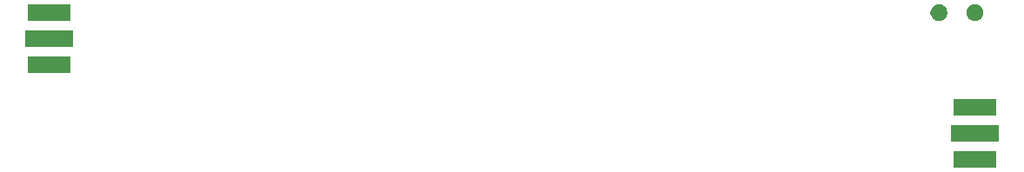
<source format=gbr>
G04 #@! TF.GenerationSoftware,KiCad,Pcbnew,5.1.2-f72e74a~84~ubuntu18.04.1*
G04 #@! TF.CreationDate,2019-12-04T15:30:54+01:00*
G04 #@! TF.ProjectId,RO4350B_proto,524f3433-3530-4425-9f70-726f746f2e6b,rev?*
G04 #@! TF.SameCoordinates,Original*
G04 #@! TF.FileFunction,Soldermask,Top*
G04 #@! TF.FilePolarity,Negative*
%FSLAX46Y46*%
G04 Gerber Fmt 4.6, Leading zero omitted, Abs format (unit mm)*
G04 Created by KiCad (PCBNEW 5.1.2-f72e74a~84~ubuntu18.04.1) date 2019-12-04 15:30:54*
%MOMM*%
%LPD*%
G04 APERTURE LIST*
%ADD10C,0.100000*%
G04 APERTURE END LIST*
D10*
G36*
X163371000Y-112871000D02*
G01*
X159209000Y-112871000D01*
X159209000Y-111249000D01*
X163371000Y-111249000D01*
X163371000Y-112871000D01*
X163371000Y-112871000D01*
G37*
G36*
X163641000Y-110331000D02*
G01*
X158939000Y-110331000D01*
X158939000Y-108709000D01*
X163641000Y-108709000D01*
X163641000Y-110331000D01*
X163641000Y-110331000D01*
G37*
G36*
X163371000Y-107791000D02*
G01*
X159209000Y-107791000D01*
X159209000Y-106169000D01*
X163371000Y-106169000D01*
X163371000Y-107791000D01*
X163371000Y-107791000D01*
G37*
G36*
X73201000Y-103681000D02*
G01*
X69039000Y-103681000D01*
X69039000Y-102059000D01*
X73201000Y-102059000D01*
X73201000Y-103681000D01*
X73201000Y-103681000D01*
G37*
G36*
X73471000Y-101141000D02*
G01*
X68769000Y-101141000D01*
X68769000Y-99519000D01*
X73471000Y-99519000D01*
X73471000Y-101141000D01*
X73471000Y-101141000D01*
G37*
G36*
X161527142Y-97008242D02*
G01*
X161675101Y-97069529D01*
X161808255Y-97158499D01*
X161921501Y-97271745D01*
X162010471Y-97404899D01*
X162071758Y-97552858D01*
X162103000Y-97709925D01*
X162103000Y-97870075D01*
X162071758Y-98027142D01*
X162010471Y-98175101D01*
X161921501Y-98308255D01*
X161808255Y-98421501D01*
X161675101Y-98510471D01*
X161527142Y-98571758D01*
X161370075Y-98603000D01*
X161209925Y-98603000D01*
X161052858Y-98571758D01*
X160904899Y-98510471D01*
X160771745Y-98421501D01*
X160658499Y-98308255D01*
X160569529Y-98175101D01*
X160508242Y-98027142D01*
X160477000Y-97870075D01*
X160477000Y-97709925D01*
X160508242Y-97552858D01*
X160569529Y-97404899D01*
X160658499Y-97271745D01*
X160771745Y-97158499D01*
X160904899Y-97069529D01*
X161052858Y-97008242D01*
X161209925Y-96977000D01*
X161370075Y-96977000D01*
X161527142Y-97008242D01*
X161527142Y-97008242D01*
G37*
G36*
X158027142Y-97008242D02*
G01*
X158175101Y-97069529D01*
X158308255Y-97158499D01*
X158421501Y-97271745D01*
X158510471Y-97404899D01*
X158571758Y-97552858D01*
X158603000Y-97709925D01*
X158603000Y-97870075D01*
X158571758Y-98027142D01*
X158510471Y-98175101D01*
X158421501Y-98308255D01*
X158308255Y-98421501D01*
X158175101Y-98510471D01*
X158027142Y-98571758D01*
X157870075Y-98603000D01*
X157709925Y-98603000D01*
X157552858Y-98571758D01*
X157404899Y-98510471D01*
X157271745Y-98421501D01*
X157158499Y-98308255D01*
X157069529Y-98175101D01*
X157008242Y-98027142D01*
X156977000Y-97870075D01*
X156977000Y-97709925D01*
X157008242Y-97552858D01*
X157069529Y-97404899D01*
X157158499Y-97271745D01*
X157271745Y-97158499D01*
X157404899Y-97069529D01*
X157552858Y-97008242D01*
X157709925Y-96977000D01*
X157870075Y-96977000D01*
X158027142Y-97008242D01*
X158027142Y-97008242D01*
G37*
G36*
X73201000Y-98601000D02*
G01*
X69039000Y-98601000D01*
X69039000Y-96979000D01*
X73201000Y-96979000D01*
X73201000Y-98601000D01*
X73201000Y-98601000D01*
G37*
M02*

</source>
